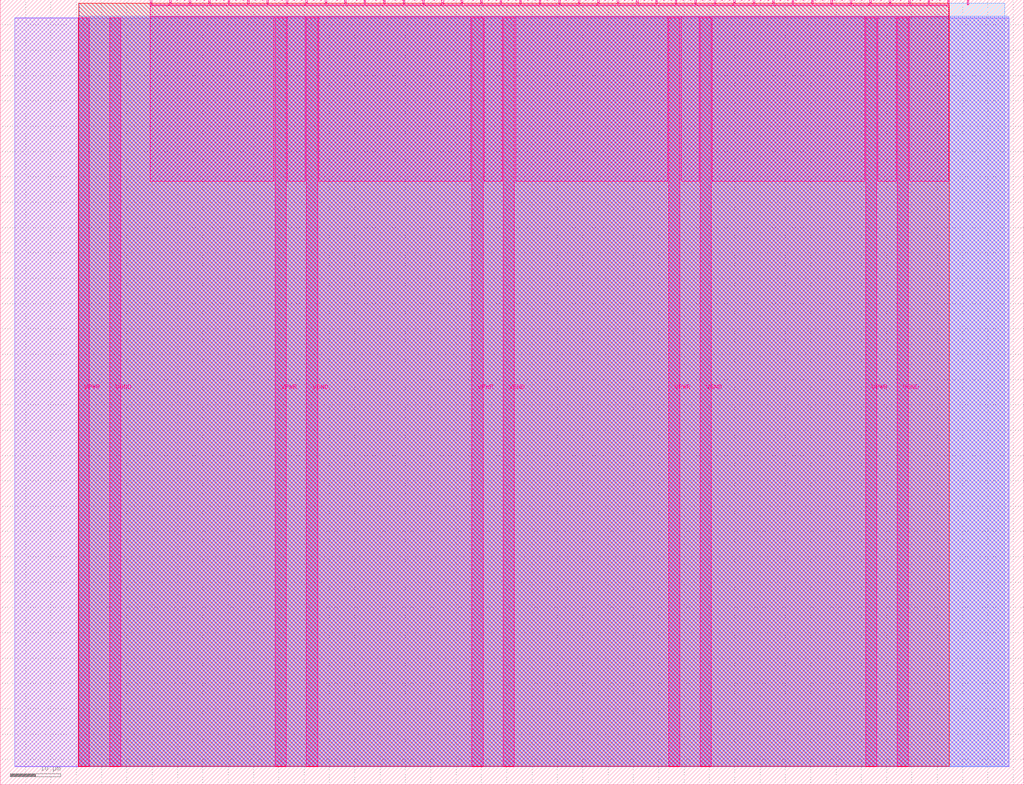
<source format=lef>
VERSION 5.7 ;
  NOWIREEXTENSIONATPIN ON ;
  DIVIDERCHAR "/" ;
  BUSBITCHARS "[]" ;
MACRO tt_um_wokwi_group_5
  CLASS BLOCK ;
  FOREIGN tt_um_wokwi_group_5 ;
  ORIGIN 0.000 0.000 ;
  SIZE 202.080 BY 154.980 ;
  PIN VGND
    DIRECTION INOUT ;
    USE GROUND ;
    PORT
      LAYER Metal5 ;
        RECT 21.580 3.560 23.780 151.420 ;
    END
    PORT
      LAYER Metal5 ;
        RECT 60.450 3.560 62.650 151.420 ;
    END
    PORT
      LAYER Metal5 ;
        RECT 99.320 3.560 101.520 151.420 ;
    END
    PORT
      LAYER Metal5 ;
        RECT 138.190 3.560 140.390 151.420 ;
    END
    PORT
      LAYER Metal5 ;
        RECT 177.060 3.560 179.260 151.420 ;
    END
  END VGND
  PIN VPWR
    DIRECTION INOUT ;
    USE POWER ;
    PORT
      LAYER Metal5 ;
        RECT 15.380 3.560 17.580 151.420 ;
    END
    PORT
      LAYER Metal5 ;
        RECT 54.250 3.560 56.450 151.420 ;
    END
    PORT
      LAYER Metal5 ;
        RECT 93.120 3.560 95.320 151.420 ;
    END
    PORT
      LAYER Metal5 ;
        RECT 131.990 3.560 134.190 151.420 ;
    END
    PORT
      LAYER Metal5 ;
        RECT 170.860 3.560 173.060 151.420 ;
    END
  END VPWR
  PIN clk
    DIRECTION INPUT ;
    USE SIGNAL ;
    ANTENNAGATEAREA 0.426400 ;
    PORT
      LAYER Metal5 ;
        RECT 187.050 153.980 187.350 154.980 ;
    END
  END clk
  PIN ena
    DIRECTION INPUT ;
    USE SIGNAL ;
    PORT
      LAYER Metal5 ;
        RECT 190.890 153.980 191.190 154.980 ;
    END
  END ena
  PIN rst_n
    DIRECTION INPUT ;
    USE SIGNAL ;
    ANTENNAGATEAREA 0.213200 ;
    PORT
      LAYER Metal5 ;
        RECT 183.210 153.980 183.510 154.980 ;
    END
  END rst_n
  PIN ui_in[0]
    DIRECTION INPUT ;
    USE SIGNAL ;
    ANTENNAGATEAREA 0.213200 ;
    PORT
      LAYER Metal5 ;
        RECT 179.370 153.980 179.670 154.980 ;
    END
  END ui_in[0]
  PIN ui_in[1]
    DIRECTION INPUT ;
    USE SIGNAL ;
    ANTENNAGATEAREA 0.213200 ;
    PORT
      LAYER Metal5 ;
        RECT 175.530 153.980 175.830 154.980 ;
    END
  END ui_in[1]
  PIN ui_in[2]
    DIRECTION INPUT ;
    USE SIGNAL ;
    ANTENNAGATEAREA 0.426400 ;
    PORT
      LAYER Metal5 ;
        RECT 171.690 153.980 171.990 154.980 ;
    END
  END ui_in[2]
  PIN ui_in[3]
    DIRECTION INPUT ;
    USE SIGNAL ;
    ANTENNAGATEAREA 0.180700 ;
    PORT
      LAYER Metal5 ;
        RECT 167.850 153.980 168.150 154.980 ;
    END
  END ui_in[3]
  PIN ui_in[4]
    DIRECTION INPUT ;
    USE SIGNAL ;
    ANTENNAGATEAREA 0.213200 ;
    PORT
      LAYER Metal5 ;
        RECT 164.010 153.980 164.310 154.980 ;
    END
  END ui_in[4]
  PIN ui_in[5]
    DIRECTION INPUT ;
    USE SIGNAL ;
    ANTENNAGATEAREA 0.213200 ;
    PORT
      LAYER Metal5 ;
        RECT 160.170 153.980 160.470 154.980 ;
    END
  END ui_in[5]
  PIN ui_in[6]
    DIRECTION INPUT ;
    USE SIGNAL ;
    ANTENNAGATEAREA 0.213200 ;
    PORT
      LAYER Metal5 ;
        RECT 156.330 153.980 156.630 154.980 ;
    END
  END ui_in[6]
  PIN ui_in[7]
    DIRECTION INPUT ;
    USE SIGNAL ;
    ANTENNAGATEAREA 0.213200 ;
    PORT
      LAYER Metal5 ;
        RECT 152.490 153.980 152.790 154.980 ;
    END
  END ui_in[7]
  PIN uio_in[0]
    DIRECTION INPUT ;
    USE SIGNAL ;
    ANTENNAGATEAREA 0.213200 ;
    PORT
      LAYER Metal5 ;
        RECT 148.650 153.980 148.950 154.980 ;
    END
  END uio_in[0]
  PIN uio_in[1]
    DIRECTION INPUT ;
    USE SIGNAL ;
    ANTENNAGATEAREA 0.213200 ;
    PORT
      LAYER Metal5 ;
        RECT 144.810 153.980 145.110 154.980 ;
    END
  END uio_in[1]
  PIN uio_in[2]
    DIRECTION INPUT ;
    USE SIGNAL ;
    ANTENNAGATEAREA 0.180700 ;
    PORT
      LAYER Metal5 ;
        RECT 140.970 153.980 141.270 154.980 ;
    END
  END uio_in[2]
  PIN uio_in[3]
    DIRECTION INPUT ;
    USE SIGNAL ;
    ANTENNAGATEAREA 0.180700 ;
    PORT
      LAYER Metal5 ;
        RECT 137.130 153.980 137.430 154.980 ;
    END
  END uio_in[3]
  PIN uio_in[4]
    DIRECTION INPUT ;
    USE SIGNAL ;
    PORT
      LAYER Metal5 ;
        RECT 133.290 153.980 133.590 154.980 ;
    END
  END uio_in[4]
  PIN uio_in[5]
    DIRECTION INPUT ;
    USE SIGNAL ;
    PORT
      LAYER Metal5 ;
        RECT 129.450 153.980 129.750 154.980 ;
    END
  END uio_in[5]
  PIN uio_in[6]
    DIRECTION INPUT ;
    USE SIGNAL ;
    PORT
      LAYER Metal5 ;
        RECT 125.610 153.980 125.910 154.980 ;
    END
  END uio_in[6]
  PIN uio_in[7]
    DIRECTION INPUT ;
    USE SIGNAL ;
    PORT
      LAYER Metal5 ;
        RECT 121.770 153.980 122.070 154.980 ;
    END
  END uio_in[7]
  PIN uio_oe[0]
    DIRECTION OUTPUT ;
    USE SIGNAL ;
    ANTENNADIFFAREA 0.299200 ;
    PORT
      LAYER Metal5 ;
        RECT 56.490 153.980 56.790 154.980 ;
    END
  END uio_oe[0]
  PIN uio_oe[1]
    DIRECTION OUTPUT ;
    USE SIGNAL ;
    ANTENNADIFFAREA 0.299200 ;
    PORT
      LAYER Metal5 ;
        RECT 52.650 153.980 52.950 154.980 ;
    END
  END uio_oe[1]
  PIN uio_oe[2]
    DIRECTION OUTPUT ;
    USE SIGNAL ;
    ANTENNADIFFAREA 0.299200 ;
    PORT
      LAYER Metal5 ;
        RECT 48.810 153.980 49.110 154.980 ;
    END
  END uio_oe[2]
  PIN uio_oe[3]
    DIRECTION OUTPUT ;
    USE SIGNAL ;
    ANTENNADIFFAREA 0.299200 ;
    PORT
      LAYER Metal5 ;
        RECT 44.970 153.980 45.270 154.980 ;
    END
  END uio_oe[3]
  PIN uio_oe[4]
    DIRECTION OUTPUT ;
    USE SIGNAL ;
    ANTENNADIFFAREA 0.299200 ;
    PORT
      LAYER Metal5 ;
        RECT 41.130 153.980 41.430 154.980 ;
    END
  END uio_oe[4]
  PIN uio_oe[5]
    DIRECTION OUTPUT ;
    USE SIGNAL ;
    ANTENNADIFFAREA 0.299200 ;
    PORT
      LAYER Metal5 ;
        RECT 37.290 153.980 37.590 154.980 ;
    END
  END uio_oe[5]
  PIN uio_oe[6]
    DIRECTION OUTPUT ;
    USE SIGNAL ;
    ANTENNADIFFAREA 0.299200 ;
    PORT
      LAYER Metal5 ;
        RECT 33.450 153.980 33.750 154.980 ;
    END
  END uio_oe[6]
  PIN uio_oe[7]
    DIRECTION OUTPUT ;
    USE SIGNAL ;
    ANTENNADIFFAREA 0.299200 ;
    PORT
      LAYER Metal5 ;
        RECT 29.610 153.980 29.910 154.980 ;
    END
  END uio_oe[7]
  PIN uio_out[0]
    DIRECTION OUTPUT ;
    USE SIGNAL ;
    ANTENNADIFFAREA 0.299200 ;
    PORT
      LAYER Metal5 ;
        RECT 87.210 153.980 87.510 154.980 ;
    END
  END uio_out[0]
  PIN uio_out[1]
    DIRECTION OUTPUT ;
    USE SIGNAL ;
    ANTENNADIFFAREA 0.299200 ;
    PORT
      LAYER Metal5 ;
        RECT 83.370 153.980 83.670 154.980 ;
    END
  END uio_out[1]
  PIN uio_out[2]
    DIRECTION OUTPUT ;
    USE SIGNAL ;
    ANTENNADIFFAREA 0.299200 ;
    PORT
      LAYER Metal5 ;
        RECT 79.530 153.980 79.830 154.980 ;
    END
  END uio_out[2]
  PIN uio_out[3]
    DIRECTION OUTPUT ;
    USE SIGNAL ;
    ANTENNADIFFAREA 0.299200 ;
    PORT
      LAYER Metal5 ;
        RECT 75.690 153.980 75.990 154.980 ;
    END
  END uio_out[3]
  PIN uio_out[4]
    DIRECTION OUTPUT ;
    USE SIGNAL ;
    ANTENNADIFFAREA 0.299200 ;
    PORT
      LAYER Metal5 ;
        RECT 71.850 153.980 72.150 154.980 ;
    END
  END uio_out[4]
  PIN uio_out[5]
    DIRECTION OUTPUT ;
    USE SIGNAL ;
    ANTENNADIFFAREA 0.299200 ;
    PORT
      LAYER Metal5 ;
        RECT 68.010 153.980 68.310 154.980 ;
    END
  END uio_out[5]
  PIN uio_out[6]
    DIRECTION OUTPUT ;
    USE SIGNAL ;
    ANTENNADIFFAREA 0.299200 ;
    PORT
      LAYER Metal5 ;
        RECT 64.170 153.980 64.470 154.980 ;
    END
  END uio_out[6]
  PIN uio_out[7]
    DIRECTION OUTPUT ;
    USE SIGNAL ;
    ANTENNADIFFAREA 0.299200 ;
    PORT
      LAYER Metal5 ;
        RECT 60.330 153.980 60.630 154.980 ;
    END
  END uio_out[7]
  PIN uo_out[0]
    DIRECTION OUTPUT ;
    USE SIGNAL ;
    ANTENNADIFFAREA 0.958400 ;
    PORT
      LAYER Metal5 ;
        RECT 117.930 153.980 118.230 154.980 ;
    END
  END uo_out[0]
  PIN uo_out[1]
    DIRECTION OUTPUT ;
    USE SIGNAL ;
    ANTENNADIFFAREA 0.958400 ;
    PORT
      LAYER Metal5 ;
        RECT 114.090 153.980 114.390 154.980 ;
    END
  END uo_out[1]
  PIN uo_out[2]
    DIRECTION OUTPUT ;
    USE SIGNAL ;
    ANTENNADIFFAREA 0.958400 ;
    PORT
      LAYER Metal5 ;
        RECT 110.250 153.980 110.550 154.980 ;
    END
  END uo_out[2]
  PIN uo_out[3]
    DIRECTION OUTPUT ;
    USE SIGNAL ;
    ANTENNADIFFAREA 0.958400 ;
    PORT
      LAYER Metal5 ;
        RECT 106.410 153.980 106.710 154.980 ;
    END
  END uo_out[3]
  PIN uo_out[4]
    DIRECTION OUTPUT ;
    USE SIGNAL ;
    ANTENNADIFFAREA 0.958400 ;
    PORT
      LAYER Metal5 ;
        RECT 102.570 153.980 102.870 154.980 ;
    END
  END uo_out[4]
  PIN uo_out[5]
    DIRECTION OUTPUT ;
    USE SIGNAL ;
    ANTENNADIFFAREA 0.958400 ;
    PORT
      LAYER Metal5 ;
        RECT 98.730 153.980 99.030 154.980 ;
    END
  END uo_out[5]
  PIN uo_out[6]
    DIRECTION OUTPUT ;
    USE SIGNAL ;
    ANTENNADIFFAREA 1.102800 ;
    PORT
      LAYER Metal5 ;
        RECT 94.890 153.980 95.190 154.980 ;
    END
  END uo_out[6]
  PIN uo_out[7]
    DIRECTION OUTPUT ;
    USE SIGNAL ;
    ANTENNADIFFAREA 0.662000 ;
    PORT
      LAYER Metal5 ;
        RECT 91.050 153.980 91.350 154.980 ;
    END
  END uo_out[7]
  OBS
      LAYER GatPoly ;
        RECT 2.880 3.630 199.200 151.350 ;
      LAYER Metal1 ;
        RECT 2.880 3.560 199.200 151.420 ;
      LAYER Metal2 ;
        RECT 15.515 3.680 198.995 151.720 ;
      LAYER Metal3 ;
        RECT 15.560 3.635 198.340 154.285 ;
      LAYER Metal4 ;
        RECT 15.515 3.680 187.345 154.240 ;
      LAYER Metal5 ;
        RECT 30.120 153.770 33.240 153.980 ;
        RECT 33.960 153.770 37.080 153.980 ;
        RECT 37.800 153.770 40.920 153.980 ;
        RECT 41.640 153.770 44.760 153.980 ;
        RECT 45.480 153.770 48.600 153.980 ;
        RECT 49.320 153.770 52.440 153.980 ;
        RECT 53.160 153.770 56.280 153.980 ;
        RECT 57.000 153.770 60.120 153.980 ;
        RECT 60.840 153.770 63.960 153.980 ;
        RECT 64.680 153.770 67.800 153.980 ;
        RECT 68.520 153.770 71.640 153.980 ;
        RECT 72.360 153.770 75.480 153.980 ;
        RECT 76.200 153.770 79.320 153.980 ;
        RECT 80.040 153.770 83.160 153.980 ;
        RECT 83.880 153.770 87.000 153.980 ;
        RECT 87.720 153.770 90.840 153.980 ;
        RECT 91.560 153.770 94.680 153.980 ;
        RECT 95.400 153.770 98.520 153.980 ;
        RECT 99.240 153.770 102.360 153.980 ;
        RECT 103.080 153.770 106.200 153.980 ;
        RECT 106.920 153.770 110.040 153.980 ;
        RECT 110.760 153.770 113.880 153.980 ;
        RECT 114.600 153.770 117.720 153.980 ;
        RECT 118.440 153.770 121.560 153.980 ;
        RECT 122.280 153.770 125.400 153.980 ;
        RECT 126.120 153.770 129.240 153.980 ;
        RECT 129.960 153.770 133.080 153.980 ;
        RECT 133.800 153.770 136.920 153.980 ;
        RECT 137.640 153.770 140.760 153.980 ;
        RECT 141.480 153.770 144.600 153.980 ;
        RECT 145.320 153.770 148.440 153.980 ;
        RECT 149.160 153.770 152.280 153.980 ;
        RECT 153.000 153.770 156.120 153.980 ;
        RECT 156.840 153.770 159.960 153.980 ;
        RECT 160.680 153.770 163.800 153.980 ;
        RECT 164.520 153.770 167.640 153.980 ;
        RECT 168.360 153.770 171.480 153.980 ;
        RECT 172.200 153.770 175.320 153.980 ;
        RECT 176.040 153.770 179.160 153.980 ;
        RECT 179.880 153.770 183.000 153.980 ;
        RECT 183.720 153.770 186.840 153.980 ;
        RECT 29.660 151.630 187.300 153.770 ;
        RECT 29.660 119.135 54.040 151.630 ;
        RECT 56.660 119.135 60.240 151.630 ;
        RECT 62.860 119.135 92.910 151.630 ;
        RECT 95.530 119.135 99.110 151.630 ;
        RECT 101.730 119.135 131.780 151.630 ;
        RECT 134.400 119.135 137.980 151.630 ;
        RECT 140.600 119.135 170.650 151.630 ;
        RECT 173.270 119.135 176.850 151.630 ;
        RECT 179.470 119.135 187.300 151.630 ;
  END
END tt_um_wokwi_group_5
END LIBRARY


</source>
